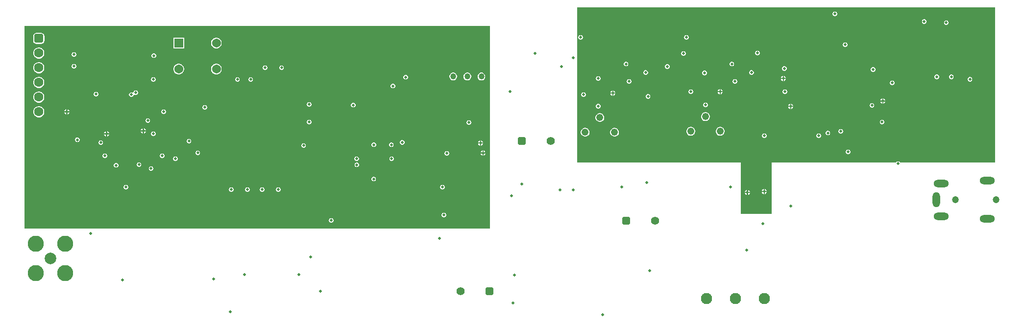
<source format=gbr>
G04*
G04 #@! TF.GenerationSoftware,Altium Limited,Altium Designer,25.5.2 (35)*
G04*
G04 Layer_Physical_Order=5*
G04 Layer_Color=16737945*
%FSLAX44Y44*%
%MOMM*%
G71*
G04*
G04 #@! TF.SameCoordinates,F6FF292E-385D-4CED-94FC-DDC138C61579*
G04*
G04*
G04 #@! TF.FilePolarity,Positive*
G04*
G01*
G75*
%ADD130R,1.5400X1.5400*%
%ADD131C,1.5400*%
%ADD146C,2.8000*%
%ADD147C,1.4000*%
%ADD148C,1.6000*%
%ADD149O,1.3080X2.6160*%
%ADD150C,1.9500*%
G04:AMPARAMS|DCode=151|XSize=1.4mm|YSize=1.4mm|CornerRadius=0.35mm|HoleSize=0mm|Usage=FLASHONLY|Rotation=180.000|XOffset=0mm|YOffset=0mm|HoleType=Round|Shape=RoundedRectangle|*
%AMROUNDEDRECTD151*
21,1,1.4000,0.7000,0,0,180.0*
21,1,0.7000,1.4000,0,0,180.0*
1,1,0.7000,-0.3500,0.3500*
1,1,0.7000,0.3500,0.3500*
1,1,0.7000,0.3500,-0.3500*
1,1,0.7000,-0.3500,-0.3500*
%
%ADD151ROUNDEDRECTD151*%
%ADD153O,2.6160X1.3080*%
%ADD154C,1.2000*%
%ADD155C,1.2220*%
G04:AMPARAMS|DCode=157|XSize=1.6mm|YSize=1.6mm|CornerRadius=0.4mm|HoleSize=0mm|Usage=FLASHONLY|Rotation=270.000|XOffset=0mm|YOffset=0mm|HoleType=Round|Shape=RoundedRectangle|*
%AMROUNDEDRECTD157*
21,1,1.6000,0.8000,0,0,270.0*
21,1,0.8000,1.6000,0,0,270.0*
1,1,0.8000,-0.4000,-0.4000*
1,1,0.8000,-0.4000,0.4000*
1,1,0.8000,0.4000,0.4000*
1,1,0.8000,0.4000,-0.4000*
%
%ADD157ROUNDEDRECTD157*%
%ADD158C,2.0000*%
%ADD159C,1.0300*%
%ADD160C,0.5000*%
G36*
X1074122Y428536D02*
X269240D01*
Y779056D01*
X1074122D01*
Y428536D01*
D02*
G37*
G36*
X1946656Y542798D02*
X1782525D01*
X1782424Y543043D01*
X1781293Y544174D01*
X1779816Y544786D01*
X1778216D01*
X1776739Y544174D01*
X1775608Y543043D01*
X1775506Y542798D01*
X1560322D01*
Y453898D01*
X1506982D01*
Y542798D01*
X1224788D01*
Y810768D01*
X1946656D01*
Y542798D01*
D02*
G37*
%LPC*%
G36*
X298132Y767056D02*
X290132D01*
X287978Y766628D01*
X286152Y765408D01*
X284932Y763582D01*
X284504Y761428D01*
Y753428D01*
X284932Y751274D01*
X286152Y749448D01*
X287978Y748228D01*
X290132Y747800D01*
X298132D01*
X300286Y748228D01*
X302112Y749448D01*
X303332Y751274D01*
X303760Y753428D01*
Y761428D01*
X303332Y763582D01*
X302112Y765408D01*
X300286Y766628D01*
X298132Y767056D01*
D02*
G37*
G36*
X602166Y758668D02*
X599738D01*
X597393Y758040D01*
X595291Y756826D01*
X593574Y755109D01*
X592360Y753007D01*
X591732Y750662D01*
Y748234D01*
X592360Y745889D01*
X593574Y743787D01*
X595291Y742070D01*
X597393Y740856D01*
X599738Y740228D01*
X602166D01*
X604511Y740856D01*
X606613Y742070D01*
X608330Y743787D01*
X609544Y745889D01*
X610172Y748234D01*
Y750662D01*
X609544Y753007D01*
X608330Y755109D01*
X606613Y756826D01*
X604511Y758040D01*
X602166Y758668D01*
D02*
G37*
G36*
X545172D02*
X526732D01*
Y740228D01*
X545172D01*
Y758668D01*
D02*
G37*
G36*
X355892Y733508D02*
X354292D01*
X352815Y732896D01*
X351684Y731765D01*
X351072Y730288D01*
Y728688D01*
X351684Y727211D01*
X352815Y726080D01*
X354292Y725468D01*
X355892D01*
X357369Y726080D01*
X358500Y727211D01*
X359112Y728688D01*
Y730288D01*
X358500Y731765D01*
X357369Y732896D01*
X355892Y733508D01*
D02*
G37*
G36*
X493738Y731549D02*
X492138D01*
X490661Y730937D01*
X489530Y729806D01*
X488918Y728328D01*
Y726729D01*
X489530Y725252D01*
X490661Y724121D01*
X492138Y723509D01*
X493738D01*
X495215Y724121D01*
X496346Y725252D01*
X496958Y726729D01*
Y728328D01*
X496346Y729806D01*
X495215Y730937D01*
X493738Y731549D01*
D02*
G37*
G36*
X295385Y741548D02*
X292879D01*
X290457Y740899D01*
X288287Y739646D01*
X286514Y737873D01*
X285261Y735703D01*
X284612Y733281D01*
Y730775D01*
X285261Y728353D01*
X286514Y726183D01*
X288287Y724410D01*
X290457Y723157D01*
X292879Y722508D01*
X295385D01*
X297807Y723157D01*
X299977Y724410D01*
X301750Y726183D01*
X303003Y728353D01*
X303652Y730775D01*
Y733281D01*
X303003Y735703D01*
X301750Y737873D01*
X299977Y739646D01*
X297807Y740899D01*
X295385Y741548D01*
D02*
G37*
G36*
X355892Y713188D02*
X354292D01*
X352815Y712576D01*
X351684Y711445D01*
X351072Y709968D01*
Y708368D01*
X351684Y706891D01*
X352815Y705760D01*
X354292Y705148D01*
X355892D01*
X357369Y705760D01*
X358500Y706891D01*
X359112Y708368D01*
Y709968D01*
X358500Y711445D01*
X357369Y712576D01*
X355892Y713188D01*
D02*
G37*
G36*
X714412Y710648D02*
X712812D01*
X711335Y710036D01*
X710204Y708905D01*
X709592Y707428D01*
Y705828D01*
X710204Y704351D01*
X711335Y703220D01*
X712812Y702608D01*
X714412D01*
X715889Y703220D01*
X717020Y704351D01*
X717632Y705828D01*
Y707428D01*
X717020Y708905D01*
X715889Y710036D01*
X714412Y710648D01*
D02*
G37*
G36*
X686092D02*
X684492D01*
X683015Y710036D01*
X681884Y708905D01*
X681272Y707428D01*
Y705828D01*
X681884Y704351D01*
X683015Y703220D01*
X684492Y702608D01*
X686092D01*
X687569Y703220D01*
X688700Y704351D01*
X689312Y705828D01*
Y707428D01*
X688700Y708905D01*
X687569Y710036D01*
X686092Y710648D01*
D02*
G37*
G36*
X295385Y716148D02*
X292879D01*
X290457Y715499D01*
X288287Y714246D01*
X286514Y712473D01*
X285261Y710303D01*
X284612Y707881D01*
Y705375D01*
X285261Y702953D01*
X286514Y700783D01*
X288287Y699010D01*
X290457Y697757D01*
X292879Y697108D01*
X295385D01*
X297807Y697757D01*
X299977Y699010D01*
X301750Y700783D01*
X303003Y702953D01*
X303652Y705375D01*
Y707881D01*
X303003Y710303D01*
X301750Y712473D01*
X299977Y714246D01*
X297807Y715499D01*
X295385Y716148D01*
D02*
G37*
G36*
X602166Y713668D02*
X599738D01*
X597393Y713040D01*
X595291Y711826D01*
X593574Y710109D01*
X592360Y708007D01*
X591732Y705662D01*
Y703234D01*
X592360Y700889D01*
X593574Y698787D01*
X595291Y697070D01*
X597393Y695856D01*
X599738Y695228D01*
X602166D01*
X604511Y695856D01*
X606613Y697070D01*
X608330Y698787D01*
X609544Y700889D01*
X610172Y703234D01*
Y705662D01*
X609544Y708007D01*
X608330Y710109D01*
X606613Y711826D01*
X604511Y713040D01*
X602166Y713668D01*
D02*
G37*
G36*
X537166D02*
X534738D01*
X532393Y713040D01*
X530291Y711826D01*
X528574Y710109D01*
X527360Y708007D01*
X526732Y705662D01*
Y703234D01*
X527360Y700889D01*
X528574Y698787D01*
X530291Y697070D01*
X532393Y695856D01*
X534738Y695228D01*
X537166D01*
X539511Y695856D01*
X541613Y697070D01*
X543330Y698787D01*
X544544Y700889D01*
X545172Y703234D01*
Y705662D01*
X544544Y708007D01*
X543330Y710109D01*
X541613Y711826D01*
X539511Y713040D01*
X537166Y713668D01*
D02*
G37*
G36*
X928931Y694395D02*
X927332D01*
X925854Y693783D01*
X924724Y692653D01*
X924111Y691175D01*
Y689576D01*
X924724Y688098D01*
X925854Y686967D01*
X927332Y686355D01*
X928931D01*
X930409Y686967D01*
X931540Y688098D01*
X932151Y689576D01*
Y691175D01*
X931540Y692653D01*
X930409Y693783D01*
X928931Y694395D01*
D02*
G37*
G36*
X1059836Y698061D02*
X1058079D01*
X1056383Y697607D01*
X1054862Y696729D01*
X1053620Y695487D01*
X1052742Y693966D01*
X1052288Y692270D01*
Y690513D01*
X1052742Y688817D01*
X1053620Y687296D01*
X1054862Y686054D01*
X1056383Y685176D01*
X1058079Y684721D01*
X1059836D01*
X1061532Y685176D01*
X1063053Y686054D01*
X1064295Y687296D01*
X1065173Y688817D01*
X1065628Y690513D01*
Y692270D01*
X1065173Y693966D01*
X1064295Y695487D01*
X1063053Y696729D01*
X1061532Y697607D01*
X1059836Y698061D01*
D02*
G37*
G36*
X1035436D02*
X1033679D01*
X1031983Y697607D01*
X1030462Y696729D01*
X1029220Y695487D01*
X1028342Y693966D01*
X1027887Y692270D01*
Y690513D01*
X1028342Y688817D01*
X1029220Y687296D01*
X1030462Y686054D01*
X1031983Y685176D01*
X1033679Y684721D01*
X1035436D01*
X1037132Y685176D01*
X1038653Y686054D01*
X1039895Y687296D01*
X1040773Y688817D01*
X1041227Y690513D01*
Y692270D01*
X1040773Y693966D01*
X1039895Y695487D01*
X1038653Y696729D01*
X1037132Y697607D01*
X1035436Y698061D01*
D02*
G37*
G36*
X1011036D02*
X1009279D01*
X1007583Y697607D01*
X1006062Y696729D01*
X1004820Y695487D01*
X1003942Y693966D01*
X1003487Y692270D01*
Y690513D01*
X1003942Y688817D01*
X1004820Y687296D01*
X1006062Y686054D01*
X1007583Y685176D01*
X1009279Y684721D01*
X1011036D01*
X1012732Y685176D01*
X1014253Y686054D01*
X1015495Y687296D01*
X1016373Y688817D01*
X1016827Y690513D01*
Y692270D01*
X1016373Y693966D01*
X1015495Y695487D01*
X1014253Y696729D01*
X1012732Y697607D01*
X1011036Y698061D01*
D02*
G37*
G36*
X661072Y690328D02*
X659472D01*
X657995Y689716D01*
X656864Y688585D01*
X656252Y687108D01*
Y685508D01*
X656864Y684031D01*
X657995Y682900D01*
X659472Y682288D01*
X661072D01*
X662549Y682900D01*
X663680Y684031D01*
X664292Y685508D01*
Y687108D01*
X663680Y688585D01*
X662549Y689716D01*
X661072Y690328D01*
D02*
G37*
G36*
X638212D02*
X636612D01*
X635135Y689716D01*
X634004Y688585D01*
X633392Y687108D01*
Y685508D01*
X634004Y684031D01*
X635135Y682900D01*
X636612Y682288D01*
X638212D01*
X639689Y682900D01*
X640820Y684031D01*
X641432Y685508D01*
Y687108D01*
X640820Y688585D01*
X639689Y689716D01*
X638212Y690328D01*
D02*
G37*
G36*
X493052D02*
X491452D01*
X489975Y689716D01*
X488844Y688585D01*
X488232Y687108D01*
Y685508D01*
X488844Y684031D01*
X489975Y682900D01*
X491452Y682288D01*
X493052D01*
X494529Y682900D01*
X495660Y684031D01*
X496272Y685508D01*
Y687108D01*
X495660Y688585D01*
X494529Y689716D01*
X493052Y690328D01*
D02*
G37*
G36*
X295385Y690748D02*
X292879D01*
X290457Y690099D01*
X288287Y688846D01*
X286514Y687073D01*
X285261Y684903D01*
X284612Y682481D01*
Y679975D01*
X285261Y677553D01*
X286514Y675383D01*
X288287Y673610D01*
X290457Y672357D01*
X292879Y671708D01*
X295385D01*
X297807Y672357D01*
X299977Y673610D01*
X301750Y675383D01*
X303003Y677553D01*
X303652Y679975D01*
Y682481D01*
X303003Y684903D01*
X301750Y687073D01*
X299977Y688846D01*
X297807Y690099D01*
X295385Y690748D01*
D02*
G37*
G36*
X907087Y679155D02*
X905488D01*
X904010Y678543D01*
X902879Y677412D01*
X902268Y675935D01*
Y674336D01*
X902879Y672858D01*
X904010Y671727D01*
X905488Y671115D01*
X907087D01*
X908565Y671727D01*
X909696Y672858D01*
X910307Y674336D01*
Y675935D01*
X909696Y677412D01*
X908565Y678543D01*
X907087Y679155D01*
D02*
G37*
G36*
X462572Y667468D02*
X460972D01*
X459495Y666856D01*
X458364Y665725D01*
X457752Y664248D01*
X457649Y664187D01*
X456228Y663613D01*
X455005Y664119D01*
X453406D01*
X451928Y663507D01*
X450798Y662376D01*
X450186Y660899D01*
Y659299D01*
X450798Y657822D01*
X451928Y656691D01*
X453406Y656079D01*
X455005D01*
X456483Y656691D01*
X457614Y657822D01*
X458226Y659299D01*
X458329Y659360D01*
X459750Y659934D01*
X460972Y659428D01*
X462572D01*
X464049Y660040D01*
X465180Y661171D01*
X465792Y662648D01*
Y664248D01*
X465180Y665725D01*
X464049Y666856D01*
X462572Y667468D01*
D02*
G37*
G36*
X393992Y664928D02*
X392392D01*
X390915Y664316D01*
X389784Y663185D01*
X389172Y661708D01*
Y660108D01*
X389784Y658631D01*
X390915Y657500D01*
X392392Y656888D01*
X393992D01*
X395469Y657500D01*
X396600Y658631D01*
X397212Y660108D01*
Y661708D01*
X396600Y663185D01*
X395469Y664316D01*
X393992Y664928D01*
D02*
G37*
G36*
X295385Y665348D02*
X292879D01*
X290457Y664699D01*
X288287Y663446D01*
X286514Y661673D01*
X285261Y659503D01*
X284612Y657081D01*
Y654575D01*
X285261Y652153D01*
X286514Y649983D01*
X288287Y648210D01*
X290457Y646957D01*
X292879Y646308D01*
X295385D01*
X297807Y646957D01*
X299977Y648210D01*
X301750Y649983D01*
X303003Y652153D01*
X303652Y654575D01*
Y657081D01*
X303003Y659503D01*
X301750Y661673D01*
X299977Y663446D01*
X297807Y664699D01*
X295385Y665348D01*
D02*
G37*
G36*
X762292Y647148D02*
X760692D01*
X759215Y646536D01*
X758084Y645405D01*
X757472Y643928D01*
Y642328D01*
X758084Y640851D01*
X759215Y639720D01*
X760692Y639108D01*
X762292D01*
X763769Y639720D01*
X764900Y640851D01*
X765512Y642328D01*
Y643928D01*
X764900Y645405D01*
X763769Y646536D01*
X762292Y647148D01*
D02*
G37*
G36*
X838507Y646135D02*
X836908D01*
X835430Y645523D01*
X834299Y644392D01*
X833688Y642915D01*
Y641316D01*
X834299Y639838D01*
X835430Y638707D01*
X836908Y638095D01*
X838507D01*
X839985Y638707D01*
X841115Y639838D01*
X841728Y641316D01*
Y642915D01*
X841115Y644392D01*
X839985Y645523D01*
X838507Y646135D01*
D02*
G37*
G36*
X581952Y642068D02*
X580352D01*
X578875Y641456D01*
X577744Y640325D01*
X577132Y638848D01*
Y637248D01*
X577744Y635771D01*
X578875Y634640D01*
X580352Y634028D01*
X581952D01*
X583429Y634640D01*
X584560Y635771D01*
X585172Y637248D01*
Y638848D01*
X584560Y640325D01*
X583429Y641456D01*
X581952Y642068D01*
D02*
G37*
G36*
X343552Y634884D02*
Y631428D01*
X347009D01*
X346367Y632977D01*
X345101Y634243D01*
X343552Y634884D01*
D02*
G37*
G36*
X341552D02*
X340003Y634243D01*
X338737Y632977D01*
X338096Y631428D01*
X341552D01*
Y634884D01*
D02*
G37*
G36*
X510832Y634448D02*
X509232D01*
X507755Y633836D01*
X506624Y632705D01*
X506012Y631228D01*
Y629628D01*
X506624Y628151D01*
X507755Y627020D01*
X509232Y626408D01*
X510832D01*
X512309Y627020D01*
X513440Y628151D01*
X514052Y629628D01*
Y631228D01*
X513440Y632705D01*
X512309Y633836D01*
X510832Y634448D01*
D02*
G37*
G36*
X347009Y629428D02*
X343552D01*
Y625971D01*
X345101Y626613D01*
X346367Y627879D01*
X347009Y629428D01*
D02*
G37*
G36*
X341552D02*
X338096D01*
X338737Y627879D01*
X340003Y626613D01*
X341552Y625971D01*
Y629428D01*
D02*
G37*
G36*
X295385Y639948D02*
X292879D01*
X290457Y639299D01*
X288287Y638046D01*
X286514Y636273D01*
X285261Y634103D01*
X284612Y631681D01*
Y629175D01*
X285261Y626753D01*
X286514Y624583D01*
X288287Y622810D01*
X290457Y621557D01*
X292879Y620908D01*
X295385D01*
X297807Y621557D01*
X299977Y622810D01*
X301750Y624583D01*
X303003Y626753D01*
X303652Y629175D01*
Y631681D01*
X303003Y634103D01*
X301750Y636273D01*
X299977Y638046D01*
X297807Y639299D01*
X295385Y639948D01*
D02*
G37*
G36*
X483272Y619208D02*
X481672D01*
X480195Y618596D01*
X479064Y617465D01*
X478452Y615988D01*
Y614388D01*
X479064Y612911D01*
X480195Y611780D01*
X481672Y611168D01*
X483272D01*
X484749Y611780D01*
X485880Y612911D01*
X486492Y614388D01*
Y615988D01*
X485880Y617465D01*
X484749Y618596D01*
X483272Y619208D01*
D02*
G37*
G36*
X762292Y616668D02*
X760692D01*
X759215Y616056D01*
X758084Y614925D01*
X757472Y613448D01*
Y611848D01*
X758084Y610371D01*
X759215Y609240D01*
X760692Y608628D01*
X762292D01*
X763769Y609240D01*
X764900Y610371D01*
X765512Y611848D01*
Y613448D01*
X764900Y614925D01*
X763769Y616056D01*
X762292Y616668D01*
D02*
G37*
G36*
X1038136Y615906D02*
X1036536D01*
X1035059Y615294D01*
X1033928Y614163D01*
X1033316Y612686D01*
Y611086D01*
X1033928Y609609D01*
X1035059Y608478D01*
X1036536Y607866D01*
X1038136D01*
X1039613Y608478D01*
X1040744Y609609D01*
X1041356Y611086D01*
Y612686D01*
X1040744Y614163D01*
X1039613Y615294D01*
X1038136Y615906D01*
D02*
G37*
G36*
X475852Y601865D02*
Y598408D01*
X479309D01*
X478667Y599957D01*
X477401Y601223D01*
X475852Y601865D01*
D02*
G37*
G36*
X473852D02*
X472303Y601223D01*
X471037Y599957D01*
X470396Y598408D01*
X473852D01*
Y601865D01*
D02*
G37*
G36*
X412352Y596785D02*
Y593328D01*
X415808D01*
X415167Y594877D01*
X413901Y596143D01*
X412352Y596785D01*
D02*
G37*
G36*
X410352D02*
X408803Y596143D01*
X407537Y594877D01*
X406895Y593328D01*
X410352D01*
Y596785D01*
D02*
G37*
G36*
X479309Y596408D02*
X475852D01*
Y592952D01*
X477401Y593593D01*
X478667Y594859D01*
X479309Y596408D01*
D02*
G37*
G36*
X473852D02*
X470396D01*
X471037Y594859D01*
X472303Y593593D01*
X473852Y592952D01*
Y596408D01*
D02*
G37*
G36*
X493052Y596348D02*
X491452D01*
X489975Y595736D01*
X488844Y594605D01*
X488232Y593128D01*
Y591528D01*
X488844Y590051D01*
X489975Y588920D01*
X491452Y588308D01*
X493052D01*
X494529Y588920D01*
X495660Y590051D01*
X496272Y591528D01*
Y593128D01*
X495660Y594605D01*
X494529Y595736D01*
X493052Y596348D01*
D02*
G37*
G36*
X415808Y591328D02*
X412352D01*
Y587872D01*
X413901Y588513D01*
X415167Y589779D01*
X415808Y591328D01*
D02*
G37*
G36*
X410352D02*
X406895D01*
X407537Y589779D01*
X408803Y588513D01*
X410352Y587872D01*
Y591328D01*
D02*
G37*
G36*
X361472Y586068D02*
X359872D01*
X358395Y585456D01*
X357264Y584325D01*
X356652Y582848D01*
Y581248D01*
X357264Y579771D01*
X358395Y578640D01*
X359872Y578028D01*
X361472D01*
X362949Y578640D01*
X364080Y579771D01*
X364692Y581248D01*
Y582848D01*
X364080Y584325D01*
X362949Y585456D01*
X361472Y586068D01*
D02*
G37*
G36*
X1058656Y580783D02*
Y577326D01*
X1062113D01*
X1061471Y578875D01*
X1060205Y580141D01*
X1058656Y580783D01*
D02*
G37*
G36*
X1056656D02*
X1055107Y580141D01*
X1053841Y578875D01*
X1053199Y577326D01*
X1056656D01*
Y580783D01*
D02*
G37*
G36*
X554392Y583648D02*
X552792D01*
X551315Y583036D01*
X550184Y581905D01*
X549572Y580428D01*
Y578828D01*
X550184Y577351D01*
X551315Y576220D01*
X552792Y575608D01*
X554392D01*
X555869Y576220D01*
X557000Y577351D01*
X557612Y578828D01*
Y580428D01*
X557000Y581905D01*
X555869Y583036D01*
X554392Y583648D01*
D02*
G37*
G36*
X922820Y581616D02*
X921220D01*
X919743Y581004D01*
X918612Y579873D01*
X918000Y578396D01*
Y576796D01*
X918612Y575319D01*
X919743Y574188D01*
X921220Y573576D01*
X922820D01*
X924297Y574188D01*
X925428Y575319D01*
X926040Y576796D01*
Y578396D01*
X925428Y579873D01*
X924297Y581004D01*
X922820Y581616D01*
D02*
G37*
G36*
X401992Y581108D02*
X400392D01*
X398915Y580496D01*
X397784Y579365D01*
X397172Y577888D01*
Y576288D01*
X397784Y574811D01*
X398915Y573680D01*
X400392Y573068D01*
X401992D01*
X403469Y573680D01*
X404600Y574811D01*
X405212Y576288D01*
Y577888D01*
X404600Y579365D01*
X403469Y580496D01*
X401992Y581108D01*
D02*
G37*
G36*
X1062113Y575326D02*
X1058656D01*
Y571870D01*
X1060205Y572511D01*
X1061471Y573777D01*
X1062113Y575326D01*
D02*
G37*
G36*
X1056656D02*
X1053199D01*
X1053841Y573777D01*
X1055107Y572511D01*
X1056656Y571870D01*
Y575326D01*
D02*
G37*
G36*
X904024Y577552D02*
X902424D01*
X900947Y576940D01*
X899816Y575809D01*
X899204Y574332D01*
Y572732D01*
X899816Y571255D01*
X900947Y570124D01*
X902424Y569512D01*
X904024D01*
X905501Y570124D01*
X906632Y571255D01*
X907244Y572732D01*
Y574332D01*
X906632Y575809D01*
X905501Y576940D01*
X904024Y577552D01*
D02*
G37*
G36*
X874052D02*
X872452D01*
X870975Y576940D01*
X869844Y575809D01*
X869232Y574332D01*
Y572732D01*
X869844Y571255D01*
X870975Y570124D01*
X872452Y569512D01*
X874052D01*
X875529Y570124D01*
X876660Y571255D01*
X877272Y572732D01*
Y574332D01*
X876660Y575809D01*
X875529Y576940D01*
X874052Y577552D01*
D02*
G37*
G36*
X752512Y576028D02*
X750912D01*
X749435Y575416D01*
X748304Y574285D01*
X747692Y572808D01*
Y571208D01*
X748304Y569731D01*
X749435Y568600D01*
X750912Y567988D01*
X752512D01*
X753989Y568600D01*
X755120Y569731D01*
X755732Y571208D01*
Y572808D01*
X755120Y574285D01*
X753989Y575416D01*
X752512Y576028D01*
D02*
G37*
G36*
X1062720Y563511D02*
Y560054D01*
X1066177D01*
X1065535Y561603D01*
X1064269Y562869D01*
X1062720Y563511D01*
D02*
G37*
G36*
X1060720D02*
X1059171Y562869D01*
X1057905Y561603D01*
X1057263Y560054D01*
X1060720D01*
Y563511D01*
D02*
G37*
G36*
X569632Y563328D02*
X568032D01*
X566555Y562716D01*
X565424Y561585D01*
X564812Y560108D01*
Y558508D01*
X565424Y557031D01*
X566555Y555900D01*
X568032Y555288D01*
X569632D01*
X571109Y555900D01*
X572240Y557031D01*
X572852Y558508D01*
Y560108D01*
X572240Y561585D01*
X571109Y562716D01*
X569632Y563328D01*
D02*
G37*
G36*
X1066177Y558054D02*
X1062720D01*
Y554598D01*
X1064269Y555239D01*
X1065535Y556505D01*
X1066177Y558054D01*
D02*
G37*
G36*
X1060720D02*
X1057263D01*
X1057905Y556505D01*
X1059171Y555239D01*
X1060720Y554598D01*
Y558054D01*
D02*
G37*
G36*
X1000036Y562566D02*
X998436D01*
X996959Y561954D01*
X995828Y560823D01*
X995216Y559346D01*
Y557746D01*
X995828Y556269D01*
X996959Y555138D01*
X998436Y554526D01*
X1000036D01*
X1001513Y555138D01*
X1002644Y556269D01*
X1003256Y557746D01*
Y559346D01*
X1002644Y560823D01*
X1001513Y561954D01*
X1000036Y562566D01*
D02*
G37*
G36*
X508292Y558248D02*
X506692D01*
X505215Y557636D01*
X504084Y556505D01*
X503472Y555028D01*
Y553428D01*
X504084Y551951D01*
X505215Y550820D01*
X506692Y550208D01*
X508292D01*
X509769Y550820D01*
X510900Y551951D01*
X511512Y553428D01*
Y555028D01*
X510900Y556505D01*
X509769Y557636D01*
X508292Y558248D01*
D02*
G37*
G36*
X409232D02*
X407632D01*
X406155Y557636D01*
X405024Y556505D01*
X404412Y555028D01*
Y553428D01*
X405024Y551951D01*
X406155Y550820D01*
X407632Y550208D01*
X409232D01*
X410709Y550820D01*
X411840Y551951D01*
X412452Y553428D01*
Y555028D01*
X411840Y556505D01*
X410709Y557636D01*
X409232Y558248D01*
D02*
G37*
G36*
X844080Y553168D02*
X842480D01*
X841003Y552556D01*
X839872Y551425D01*
X839260Y549948D01*
Y548348D01*
X839872Y546871D01*
X841003Y545740D01*
X842480Y545128D01*
X844080D01*
X845557Y545740D01*
X846688Y546871D01*
X847300Y548348D01*
Y549948D01*
X846688Y551425D01*
X845557Y552556D01*
X844080Y553168D01*
D02*
G37*
G36*
X531152D02*
X529552D01*
X528075Y552556D01*
X526944Y551425D01*
X526332Y549948D01*
Y548348D01*
X526944Y546871D01*
X528075Y545740D01*
X529552Y545128D01*
X531152D01*
X532629Y545740D01*
X533760Y546871D01*
X534372Y548348D01*
Y549948D01*
X533760Y551425D01*
X532629Y552556D01*
X531152Y553168D01*
D02*
G37*
G36*
X904668Y553113D02*
X903068D01*
X901591Y552501D01*
X900460Y551370D01*
X899848Y549893D01*
Y548293D01*
X900460Y546816D01*
X901591Y545685D01*
X903068Y545073D01*
X904668D01*
X906145Y545685D01*
X907276Y546816D01*
X907888Y548293D01*
Y549893D01*
X907276Y551370D01*
X906145Y552501D01*
X904668Y553113D01*
D02*
G37*
G36*
X468032Y543008D02*
X466432D01*
X464955Y542396D01*
X463824Y541265D01*
X463212Y539788D01*
Y538188D01*
X463824Y536711D01*
X464955Y535580D01*
X466432Y534968D01*
X468032D01*
X469509Y535580D01*
X470640Y536711D01*
X471252Y538188D01*
Y539788D01*
X470640Y541265D01*
X469509Y542396D01*
X468032Y543008D01*
D02*
G37*
G36*
X844597Y542745D02*
X842998D01*
X841520Y542133D01*
X840389Y541002D01*
X839777Y539524D01*
Y537925D01*
X840389Y536448D01*
X841520Y535317D01*
X842998Y534705D01*
X844597D01*
X846074Y535317D01*
X847205Y536448D01*
X847817Y537925D01*
Y539524D01*
X847205Y541002D01*
X846074Y542133D01*
X844597Y542745D01*
D02*
G37*
G36*
X428477Y541992D02*
X426878D01*
X425401Y541380D01*
X424270Y540249D01*
X423658Y538772D01*
Y537172D01*
X424270Y535695D01*
X425401Y534564D01*
X426878Y533952D01*
X428477D01*
X429955Y534564D01*
X431086Y535695D01*
X431698Y537172D01*
Y538772D01*
X431086Y540249D01*
X429955Y541380D01*
X428477Y541992D01*
D02*
G37*
G36*
X489015Y536212D02*
X487416D01*
X485938Y535600D01*
X484807Y534469D01*
X484195Y532992D01*
Y531392D01*
X484807Y529915D01*
X485938Y528784D01*
X487416Y528172D01*
X489015D01*
X490492Y528784D01*
X491623Y529915D01*
X492235Y531392D01*
Y532992D01*
X491623Y534469D01*
X490492Y535600D01*
X489015Y536212D01*
D02*
G37*
G36*
X873586Y518193D02*
X871986D01*
X870509Y517581D01*
X869378Y516450D01*
X868766Y514973D01*
Y513373D01*
X869378Y511896D01*
X870509Y510765D01*
X871986Y510153D01*
X873586D01*
X875063Y510765D01*
X876194Y511896D01*
X876806Y513373D01*
Y514973D01*
X876194Y516450D01*
X875063Y517581D01*
X873586Y518193D01*
D02*
G37*
G36*
X992416Y504146D02*
X990816D01*
X989339Y503534D01*
X988208Y502403D01*
X987596Y500926D01*
Y499326D01*
X988208Y497849D01*
X989339Y496718D01*
X990816Y496106D01*
X992416D01*
X993893Y496718D01*
X995024Y497849D01*
X995636Y499326D01*
Y500926D01*
X995024Y502403D01*
X993893Y503534D01*
X992416Y504146D01*
D02*
G37*
G36*
X445555Y504004D02*
X443955D01*
X442478Y503392D01*
X441347Y502261D01*
X440735Y500784D01*
Y499184D01*
X441347Y497707D01*
X442478Y496576D01*
X443955Y495964D01*
X445555D01*
X447032Y496576D01*
X448163Y497707D01*
X448775Y499184D01*
Y500784D01*
X448163Y502261D01*
X447032Y503392D01*
X445555Y504004D01*
D02*
G37*
G36*
X708952Y499828D02*
X707352D01*
X705875Y499216D01*
X704744Y498085D01*
X704132Y496608D01*
Y495008D01*
X704744Y493531D01*
X705875Y492400D01*
X707352Y491788D01*
X708952D01*
X710429Y492400D01*
X711560Y493531D01*
X712172Y495008D01*
Y496608D01*
X711560Y498085D01*
X710429Y499216D01*
X708952Y499828D01*
D02*
G37*
G36*
X681012D02*
X679412D01*
X677935Y499216D01*
X676804Y498085D01*
X676192Y496608D01*
Y495008D01*
X676804Y493531D01*
X677935Y492400D01*
X679412Y491788D01*
X681012D01*
X682489Y492400D01*
X683620Y493531D01*
X684232Y495008D01*
Y496608D01*
X683620Y498085D01*
X682489Y499216D01*
X681012Y499828D01*
D02*
G37*
G36*
X655612D02*
X654012D01*
X652535Y499216D01*
X651404Y498085D01*
X650792Y496608D01*
Y495008D01*
X651404Y493531D01*
X652535Y492400D01*
X654012Y491788D01*
X655612D01*
X657089Y492400D01*
X658220Y493531D01*
X658832Y495008D01*
Y496608D01*
X658220Y498085D01*
X657089Y499216D01*
X655612Y499828D01*
D02*
G37*
G36*
X627672D02*
X626072D01*
X624595Y499216D01*
X623464Y498085D01*
X622852Y496608D01*
Y495008D01*
X623464Y493531D01*
X624595Y492400D01*
X626072Y491788D01*
X627672D01*
X629149Y492400D01*
X630280Y493531D01*
X630892Y495008D01*
Y496608D01*
X630280Y498085D01*
X629149Y499216D01*
X627672Y499828D01*
D02*
G37*
G36*
X994956Y455886D02*
X993356D01*
X991879Y455274D01*
X990748Y454143D01*
X990136Y452666D01*
Y451066D01*
X990748Y449589D01*
X991879Y448458D01*
X993356Y447846D01*
X994956D01*
X996433Y448458D01*
X997564Y449589D01*
X998176Y451066D01*
Y452666D01*
X997564Y454143D01*
X996433Y455274D01*
X994956Y455886D01*
D02*
G37*
G36*
X800392Y446468D02*
X798792D01*
X797315Y445856D01*
X796184Y444725D01*
X795572Y443248D01*
Y441648D01*
X796184Y440171D01*
X797315Y439040D01*
X798792Y438428D01*
X800392D01*
X801869Y439040D01*
X803000Y440171D01*
X803612Y441648D01*
Y443248D01*
X803000Y444725D01*
X801869Y445856D01*
X800392Y446468D01*
D02*
G37*
G36*
X1670596Y803866D02*
X1668996D01*
X1667519Y803254D01*
X1666388Y802123D01*
X1665776Y800646D01*
Y799046D01*
X1666388Y797569D01*
X1667519Y796438D01*
X1668996Y795826D01*
X1670596D01*
X1672073Y796438D01*
X1673204Y797569D01*
X1673816Y799046D01*
Y800646D01*
X1673204Y802123D01*
X1672073Y803254D01*
X1670596Y803866D01*
D02*
G37*
G36*
X1825028Y790658D02*
X1823428D01*
X1821951Y790046D01*
X1820820Y788915D01*
X1820208Y787438D01*
Y785838D01*
X1820820Y784361D01*
X1821951Y783230D01*
X1823428Y782618D01*
X1825028D01*
X1826505Y783230D01*
X1827636Y784361D01*
X1828248Y785838D01*
Y787438D01*
X1827636Y788915D01*
X1826505Y790046D01*
X1825028Y790658D01*
D02*
G37*
G36*
X1863128Y788626D02*
X1861528D01*
X1860051Y788014D01*
X1858920Y786883D01*
X1858308Y785406D01*
Y783806D01*
X1858920Y782329D01*
X1860051Y781198D01*
X1861528Y780586D01*
X1863128D01*
X1864605Y781198D01*
X1865736Y782329D01*
X1866348Y783806D01*
Y785406D01*
X1865736Y786883D01*
X1864605Y788014D01*
X1863128Y788626D01*
D02*
G37*
G36*
X1414056Y763226D02*
X1412456D01*
X1410979Y762614D01*
X1409848Y761483D01*
X1409236Y760006D01*
Y758406D01*
X1409848Y756929D01*
X1410979Y755798D01*
X1412456Y755186D01*
X1414056D01*
X1415533Y755798D01*
X1416664Y756929D01*
X1417276Y758406D01*
Y760006D01*
X1416664Y761483D01*
X1415533Y762614D01*
X1414056Y763226D01*
D02*
G37*
G36*
X1231176D02*
X1229576D01*
X1228099Y762614D01*
X1226968Y761483D01*
X1226356Y760006D01*
Y758406D01*
X1226968Y756929D01*
X1228099Y755798D01*
X1229576Y755186D01*
X1231176D01*
X1232653Y755798D01*
X1233784Y756929D01*
X1234396Y758406D01*
Y760006D01*
X1233784Y761483D01*
X1232653Y762614D01*
X1231176Y763226D01*
D02*
G37*
G36*
X1688376Y750526D02*
X1686776D01*
X1685299Y749914D01*
X1684168Y748783D01*
X1683556Y747306D01*
Y745706D01*
X1684168Y744229D01*
X1685299Y743098D01*
X1686776Y742486D01*
X1688376D01*
X1689853Y743098D01*
X1690984Y744229D01*
X1691596Y745706D01*
Y747306D01*
X1690984Y748783D01*
X1689853Y749914D01*
X1688376Y750526D01*
D02*
G37*
G36*
X1536811Y736007D02*
X1535212D01*
X1533734Y735395D01*
X1532603Y734264D01*
X1531991Y732786D01*
Y731187D01*
X1532603Y729709D01*
X1533734Y728579D01*
X1535212Y727967D01*
X1536811D01*
X1538288Y728579D01*
X1539419Y729709D01*
X1540031Y731187D01*
Y732786D01*
X1539419Y734264D01*
X1538288Y735395D01*
X1536811Y736007D01*
D02*
G37*
G36*
X1408976Y735286D02*
X1407376D01*
X1405899Y734674D01*
X1404768Y733543D01*
X1404156Y732066D01*
Y730466D01*
X1404768Y728989D01*
X1405899Y727858D01*
X1407376Y727246D01*
X1408976D01*
X1410453Y727858D01*
X1411584Y728989D01*
X1412196Y730466D01*
Y732066D01*
X1411584Y733543D01*
X1410453Y734674D01*
X1408976Y735286D01*
D02*
G37*
G36*
X1492527Y717243D02*
X1490928D01*
X1489451Y716631D01*
X1488320Y715500D01*
X1487708Y714022D01*
Y712423D01*
X1488320Y710946D01*
X1489451Y709815D01*
X1490928Y709203D01*
X1492527D01*
X1494005Y709815D01*
X1495136Y710946D01*
X1495748Y712423D01*
Y714022D01*
X1495136Y715500D01*
X1494005Y716631D01*
X1492527Y717243D01*
D02*
G37*
G36*
X1309647D02*
X1308048D01*
X1306571Y716631D01*
X1305440Y715500D01*
X1304828Y714022D01*
Y712423D01*
X1305440Y710946D01*
X1306571Y709815D01*
X1308048Y709203D01*
X1309647D01*
X1311125Y709815D01*
X1312256Y710946D01*
X1312868Y712423D01*
Y714022D01*
X1312256Y715500D01*
X1311125Y716631D01*
X1309647Y717243D01*
D02*
G37*
G36*
X1381039Y712640D02*
X1379440D01*
X1377962Y712028D01*
X1376831Y710897D01*
X1376219Y709420D01*
Y707820D01*
X1376831Y706343D01*
X1377962Y705212D01*
X1379440Y704600D01*
X1381039D01*
X1382516Y705212D01*
X1383647Y706343D01*
X1384259Y707820D01*
Y709420D01*
X1383647Y710897D01*
X1382516Y712028D01*
X1381039Y712640D01*
D02*
G37*
G36*
X1583208Y709305D02*
X1581609D01*
X1580132Y708693D01*
X1579001Y707562D01*
X1578389Y706085D01*
Y704485D01*
X1579001Y703008D01*
X1580132Y701877D01*
X1581609Y701265D01*
X1583208D01*
X1584686Y701877D01*
X1585817Y703008D01*
X1586429Y704485D01*
Y706085D01*
X1585817Y707562D01*
X1584686Y708693D01*
X1583208Y709305D01*
D02*
G37*
G36*
X1736788Y707682D02*
X1735189D01*
X1733711Y707069D01*
X1732580Y705939D01*
X1731968Y704461D01*
Y702862D01*
X1732580Y701384D01*
X1733711Y700254D01*
X1735189Y699641D01*
X1736788D01*
X1738266Y700254D01*
X1739396Y701384D01*
X1740008Y702862D01*
Y704461D01*
X1739396Y705939D01*
X1738266Y707069D01*
X1736788Y707682D01*
D02*
G37*
G36*
X1526486Y702326D02*
X1524886D01*
X1523409Y701714D01*
X1522278Y700583D01*
X1521666Y699105D01*
Y697506D01*
X1522278Y696029D01*
X1523409Y694898D01*
X1524886Y694286D01*
X1526486D01*
X1527963Y694898D01*
X1529094Y696029D01*
X1529706Y697506D01*
Y699105D01*
X1529094Y700583D01*
X1527963Y701714D01*
X1526486Y702326D01*
D02*
G37*
G36*
X1343606D02*
X1342007D01*
X1340529Y701714D01*
X1339398Y700583D01*
X1338786Y699105D01*
Y697506D01*
X1339398Y696029D01*
X1340529Y694898D01*
X1342007Y694286D01*
X1343606D01*
X1345083Y694898D01*
X1346214Y696029D01*
X1346826Y697506D01*
Y699105D01*
X1346214Y700583D01*
X1345083Y701714D01*
X1343606Y702326D01*
D02*
G37*
G36*
X1445570Y701566D02*
X1443971D01*
X1442493Y700954D01*
X1441362Y699823D01*
X1440750Y698346D01*
Y696747D01*
X1441362Y695269D01*
X1442493Y694138D01*
X1443971Y693526D01*
X1445570D01*
X1447047Y694138D01*
X1448178Y695269D01*
X1448790Y696747D01*
Y698346D01*
X1448178Y699823D01*
X1447047Y700954D01*
X1445570Y701566D01*
D02*
G37*
G36*
X1581896Y692542D02*
Y689086D01*
X1585352D01*
X1584711Y690635D01*
X1583445Y691901D01*
X1581896Y692542D01*
D02*
G37*
G36*
X1579896D02*
X1578347Y691901D01*
X1577081Y690635D01*
X1576440Y689086D01*
X1579896D01*
Y692542D01*
D02*
G37*
G36*
X1871914Y694994D02*
X1870315D01*
X1868837Y694382D01*
X1867706Y693251D01*
X1867094Y691774D01*
Y690175D01*
X1867706Y688697D01*
X1868837Y687566D01*
X1870315Y686954D01*
X1871914D01*
X1873392Y687566D01*
X1874522Y688697D01*
X1875134Y690175D01*
Y691774D01*
X1874522Y693251D01*
X1873392Y694382D01*
X1871914Y694994D01*
D02*
G37*
G36*
X1846618Y694900D02*
X1845018D01*
X1843541Y694288D01*
X1842410Y693157D01*
X1841798Y691680D01*
Y690080D01*
X1842410Y688603D01*
X1843541Y687472D01*
X1845018Y686860D01*
X1846618D01*
X1848095Y687472D01*
X1849226Y688603D01*
X1849838Y690080D01*
Y691680D01*
X1849226Y693157D01*
X1848095Y694288D01*
X1846618Y694900D01*
D02*
G37*
G36*
X1261656Y692106D02*
X1260056D01*
X1258579Y691494D01*
X1257448Y690363D01*
X1256836Y688886D01*
Y687286D01*
X1257448Y685809D01*
X1258579Y684678D01*
X1260056Y684066D01*
X1261656D01*
X1263133Y684678D01*
X1264264Y685809D01*
X1264876Y687286D01*
Y688886D01*
X1264264Y690363D01*
X1263133Y691494D01*
X1261656Y692106D01*
D02*
G37*
G36*
X1585352Y687086D02*
X1581896D01*
Y683630D01*
X1583445Y684271D01*
X1584711Y685537D01*
X1585352Y687086D01*
D02*
G37*
G36*
X1579896D02*
X1576440D01*
X1577081Y685537D01*
X1578347Y684271D01*
X1579896Y683630D01*
Y687086D01*
D02*
G37*
G36*
X1904022Y690582D02*
X1902422D01*
X1900945Y689970D01*
X1899814Y688839D01*
X1899202Y687362D01*
Y685762D01*
X1899814Y684285D01*
X1900945Y683154D01*
X1902422Y682542D01*
X1904022D01*
X1905499Y683154D01*
X1906630Y684285D01*
X1907242Y685762D01*
Y687362D01*
X1906630Y688839D01*
X1905499Y689970D01*
X1904022Y690582D01*
D02*
G37*
G36*
X1497876Y687026D02*
X1496276D01*
X1494799Y686414D01*
X1493668Y685283D01*
X1493056Y683806D01*
Y682206D01*
X1493668Y680729D01*
X1494799Y679598D01*
X1496276Y678986D01*
X1497876D01*
X1499353Y679598D01*
X1500484Y680729D01*
X1501096Y682206D01*
Y683806D01*
X1500484Y685283D01*
X1499353Y686414D01*
X1497876Y687026D01*
D02*
G37*
G36*
X1314996D02*
X1313396D01*
X1311919Y686414D01*
X1310788Y685283D01*
X1310176Y683806D01*
Y682206D01*
X1310788Y680729D01*
X1311919Y679598D01*
X1313396Y678986D01*
X1314996D01*
X1316473Y679598D01*
X1317604Y680729D01*
X1318216Y682206D01*
Y683806D01*
X1317604Y685283D01*
X1316473Y686414D01*
X1314996Y687026D01*
D02*
G37*
G36*
X1769656Y684486D02*
X1768056D01*
X1766579Y683874D01*
X1765448Y682743D01*
X1764836Y681266D01*
Y679666D01*
X1765448Y678189D01*
X1766579Y677058D01*
X1768056Y676446D01*
X1769656D01*
X1771133Y677058D01*
X1772264Y678189D01*
X1772876Y679666D01*
Y681266D01*
X1772264Y682743D01*
X1771133Y683874D01*
X1769656Y684486D01*
D02*
G37*
G36*
X1472676Y669682D02*
Y666226D01*
X1476133D01*
X1475491Y667775D01*
X1474225Y669041D01*
X1472676Y669682D01*
D02*
G37*
G36*
X1470676D02*
X1469127Y669041D01*
X1467861Y667775D01*
X1467220Y666226D01*
X1470676D01*
Y669682D01*
D02*
G37*
G36*
X1287256Y667142D02*
Y663686D01*
X1290712D01*
X1290071Y665235D01*
X1288805Y666501D01*
X1287256Y667142D01*
D02*
G37*
G36*
X1285256D02*
X1283707Y666501D01*
X1282441Y665235D01*
X1281799Y663686D01*
X1285256D01*
Y667142D01*
D02*
G37*
G36*
X1584236Y669246D02*
X1582636D01*
X1581159Y668634D01*
X1580028Y667503D01*
X1579416Y666026D01*
Y664426D01*
X1580028Y662949D01*
X1581159Y661818D01*
X1582636Y661206D01*
X1584236D01*
X1585713Y661818D01*
X1586844Y662949D01*
X1587456Y664426D01*
Y666026D01*
X1586844Y667503D01*
X1585713Y668634D01*
X1584236Y669246D01*
D02*
G37*
G36*
X1421676D02*
X1420076D01*
X1418599Y668634D01*
X1417468Y667503D01*
X1416856Y666026D01*
Y664426D01*
X1417468Y662949D01*
X1418599Y661818D01*
X1420076Y661206D01*
X1421676D01*
X1423153Y661818D01*
X1424284Y662949D01*
X1424896Y664426D01*
Y666026D01*
X1424284Y667503D01*
X1423153Y668634D01*
X1421676Y669246D01*
D02*
G37*
G36*
X1476133Y664226D02*
X1472676D01*
Y660770D01*
X1474225Y661411D01*
X1475491Y662677D01*
X1476133Y664226D01*
D02*
G37*
G36*
X1470676D02*
X1467220D01*
X1467861Y662677D01*
X1469127Y661411D01*
X1470676Y660770D01*
Y664226D01*
D02*
G37*
G36*
X1290712Y661686D02*
X1287256D01*
Y658230D01*
X1288805Y658871D01*
X1290071Y660137D01*
X1290712Y661686D01*
D02*
G37*
G36*
X1285256D02*
X1281799D01*
X1282441Y660137D01*
X1283707Y658871D01*
X1285256Y658230D01*
Y661686D01*
D02*
G37*
G36*
X1236256Y664166D02*
X1234656D01*
X1233179Y663554D01*
X1232048Y662423D01*
X1231436Y660946D01*
Y659346D01*
X1232048Y657869D01*
X1233179Y656738D01*
X1234656Y656126D01*
X1236256D01*
X1237733Y656738D01*
X1238864Y657869D01*
X1239476Y659346D01*
Y660946D01*
X1238864Y662423D01*
X1237733Y663554D01*
X1236256Y664166D01*
D02*
G37*
G36*
X1347762Y661118D02*
X1346162D01*
X1344685Y660506D01*
X1343554Y659375D01*
X1342942Y657898D01*
Y656298D01*
X1343554Y654821D01*
X1344685Y653690D01*
X1346162Y653078D01*
X1347762D01*
X1349239Y653690D01*
X1350370Y654821D01*
X1350982Y656298D01*
Y657898D01*
X1350370Y659375D01*
X1349239Y660506D01*
X1347762Y661118D01*
D02*
G37*
G36*
X1753603Y653511D02*
Y650054D01*
X1757059D01*
X1756418Y651603D01*
X1755152Y652869D01*
X1753603Y653511D01*
D02*
G37*
G36*
X1751603D02*
X1750054Y652869D01*
X1748788Y651603D01*
X1748146Y650054D01*
X1751603D01*
Y653511D01*
D02*
G37*
G36*
X1757059Y648054D02*
X1753603D01*
Y644597D01*
X1755152Y645239D01*
X1756418Y646505D01*
X1757059Y648054D01*
D02*
G37*
G36*
X1751603D02*
X1748146D01*
X1748788Y646505D01*
X1750054Y645239D01*
X1751603Y644597D01*
Y648054D01*
D02*
G37*
G36*
X1594596Y644283D02*
Y640826D01*
X1598053D01*
X1597411Y642375D01*
X1596145Y643641D01*
X1594596Y644283D01*
D02*
G37*
G36*
X1592596D02*
X1591047Y643641D01*
X1589781Y642375D01*
X1589140Y640826D01*
X1592596D01*
Y644283D01*
D02*
G37*
G36*
X1447076Y646386D02*
X1445476D01*
X1443999Y645774D01*
X1442868Y644643D01*
X1442256Y643166D01*
Y641566D01*
X1442868Y640089D01*
X1443999Y638958D01*
X1445476Y638346D01*
X1447076D01*
X1448553Y638958D01*
X1449684Y640089D01*
X1450296Y641566D01*
Y643166D01*
X1449684Y644643D01*
X1448553Y645774D01*
X1447076Y646386D01*
D02*
G37*
G36*
X1734638Y645434D02*
X1733039D01*
X1731561Y644822D01*
X1730430Y643691D01*
X1729819Y642214D01*
Y640615D01*
X1730430Y639137D01*
X1731561Y638006D01*
X1733039Y637394D01*
X1734638D01*
X1736116Y638006D01*
X1737247Y639137D01*
X1737859Y640615D01*
Y642214D01*
X1737247Y643691D01*
X1736116Y644822D01*
X1734638Y645434D01*
D02*
G37*
G36*
X1261638Y644016D02*
X1260038D01*
X1258561Y643404D01*
X1257430Y642273D01*
X1256818Y640796D01*
Y639196D01*
X1257430Y637719D01*
X1258561Y636588D01*
X1260038Y635976D01*
X1261638D01*
X1263115Y636588D01*
X1264246Y637719D01*
X1264858Y639196D01*
Y640796D01*
X1264246Y642273D01*
X1263115Y643404D01*
X1261638Y644016D01*
D02*
G37*
G36*
X1598053Y638826D02*
X1594596D01*
Y635369D01*
X1596145Y636011D01*
X1597411Y637277D01*
X1598053Y638826D01*
D02*
G37*
G36*
X1592596D02*
X1589140D01*
X1589781Y637277D01*
X1591047Y636011D01*
X1592596Y635369D01*
Y638826D01*
D02*
G37*
G36*
X1447280Y629676D02*
X1445271D01*
X1443331Y629156D01*
X1441591Y628152D01*
X1440170Y626731D01*
X1439166Y624991D01*
X1438646Y623050D01*
Y621041D01*
X1439166Y619101D01*
X1440170Y617361D01*
X1441591Y615941D01*
X1443331Y614936D01*
X1445271Y614416D01*
X1447280D01*
X1449221Y614936D01*
X1450961Y615941D01*
X1452381Y617361D01*
X1453386Y619101D01*
X1453906Y621041D01*
Y623050D01*
X1453386Y624991D01*
X1452381Y626731D01*
X1450961Y628152D01*
X1449221Y629156D01*
X1447280Y629676D01*
D02*
G37*
G36*
X1264654Y628152D02*
X1262645D01*
X1260705Y627632D01*
X1258965Y626628D01*
X1257544Y625207D01*
X1256540Y623467D01*
X1256020Y621526D01*
Y619518D01*
X1256540Y617577D01*
X1257544Y615837D01*
X1258965Y614417D01*
X1260705Y613412D01*
X1262645Y612892D01*
X1264654D01*
X1266595Y613412D01*
X1268335Y614417D01*
X1269755Y615837D01*
X1270760Y617577D01*
X1271280Y619518D01*
Y621526D01*
X1270760Y623467D01*
X1269755Y625207D01*
X1268335Y626628D01*
X1266595Y627632D01*
X1264654Y628152D01*
D02*
G37*
G36*
X1752130Y616668D02*
X1750530D01*
X1749053Y616056D01*
X1747922Y614925D01*
X1747310Y613448D01*
Y611848D01*
X1747922Y610371D01*
X1749053Y609240D01*
X1750530Y608628D01*
X1752130D01*
X1753607Y609240D01*
X1754738Y610371D01*
X1755350Y611848D01*
Y613448D01*
X1754738Y614925D01*
X1753607Y616056D01*
X1752130Y616668D01*
D02*
G37*
G36*
X1680756Y600666D02*
X1679156D01*
X1677679Y600054D01*
X1676548Y598923D01*
X1675936Y597446D01*
Y595846D01*
X1676548Y594369D01*
X1677679Y593238D01*
X1679156Y592626D01*
X1680756D01*
X1682233Y593238D01*
X1683364Y594369D01*
X1683976Y595846D01*
Y597446D01*
X1683364Y598923D01*
X1682233Y600054D01*
X1680756Y600666D01*
D02*
G37*
G36*
X1658377Y597862D02*
X1656778D01*
X1655301Y597250D01*
X1654170Y596119D01*
X1653558Y594641D01*
Y593042D01*
X1654170Y591564D01*
X1655301Y590434D01*
X1656778Y589822D01*
X1658377D01*
X1659855Y590434D01*
X1660986Y591564D01*
X1661598Y593042D01*
Y594641D01*
X1660986Y596119D01*
X1659855Y597250D01*
X1658377Y597862D01*
D02*
G37*
G36*
X1472681Y604276D02*
X1470672D01*
X1468731Y603756D01*
X1466991Y602752D01*
X1465571Y601331D01*
X1464566Y599591D01*
X1464046Y597650D01*
Y595642D01*
X1464566Y593701D01*
X1465571Y591961D01*
X1466991Y590541D01*
X1468731Y589536D01*
X1470672Y589016D01*
X1472681D01*
X1474621Y589536D01*
X1476361Y590541D01*
X1477782Y591961D01*
X1478786Y593701D01*
X1479306Y595642D01*
Y597650D01*
X1478786Y599591D01*
X1477782Y601331D01*
X1476361Y602752D01*
X1474621Y603756D01*
X1472681Y604276D01*
D02*
G37*
G36*
X1421880D02*
X1419872D01*
X1417931Y603756D01*
X1416191Y602752D01*
X1414771Y601331D01*
X1413766Y599591D01*
X1413246Y597650D01*
Y595642D01*
X1413766Y593701D01*
X1414771Y591961D01*
X1416191Y590541D01*
X1417931Y589536D01*
X1419872Y589016D01*
X1421880D01*
X1423821Y589536D01*
X1425561Y590541D01*
X1426982Y591961D01*
X1427986Y593701D01*
X1428506Y595642D01*
Y597650D01*
X1427986Y599591D01*
X1426982Y601331D01*
X1425561Y602752D01*
X1423821Y603756D01*
X1421880Y604276D01*
D02*
G37*
G36*
X1290054Y602752D02*
X1288046D01*
X1286105Y602232D01*
X1284365Y601227D01*
X1282944Y599807D01*
X1281940Y598067D01*
X1281420Y596127D01*
Y594118D01*
X1281940Y592177D01*
X1282944Y590437D01*
X1284365Y589016D01*
X1286105Y588012D01*
X1288046Y587492D01*
X1290054D01*
X1291995Y588012D01*
X1293735Y589016D01*
X1295155Y590437D01*
X1296160Y592177D01*
X1296680Y594118D01*
Y596127D01*
X1296160Y598067D01*
X1295155Y599807D01*
X1293735Y601227D01*
X1291995Y602232D01*
X1290054Y602752D01*
D02*
G37*
G36*
X1239255D02*
X1237245D01*
X1235305Y602232D01*
X1233565Y601227D01*
X1232144Y599807D01*
X1231140Y598067D01*
X1230620Y596127D01*
Y594118D01*
X1231140Y592177D01*
X1232144Y590437D01*
X1233565Y589016D01*
X1235305Y588012D01*
X1237245Y587492D01*
X1239255D01*
X1241195Y588012D01*
X1242935Y589016D01*
X1244355Y590437D01*
X1245360Y592177D01*
X1245880Y594118D01*
Y596127D01*
X1245360Y598067D01*
X1244355Y599807D01*
X1242935Y601227D01*
X1241195Y602232D01*
X1239255Y602752D01*
D02*
G37*
G36*
X1642656Y593046D02*
X1641056D01*
X1639579Y592434D01*
X1638448Y591303D01*
X1637836Y589826D01*
Y588226D01*
X1638448Y586749D01*
X1639579Y585618D01*
X1641056Y585006D01*
X1642656D01*
X1644133Y585618D01*
X1645264Y586749D01*
X1645876Y588226D01*
Y589826D01*
X1645264Y591303D01*
X1644133Y592434D01*
X1642656Y593046D01*
D02*
G37*
G36*
X1548676D02*
X1547076D01*
X1545599Y592434D01*
X1544468Y591303D01*
X1543856Y589826D01*
Y588226D01*
X1544468Y586749D01*
X1545599Y585618D01*
X1547076Y585006D01*
X1548676D01*
X1550153Y585618D01*
X1551284Y586749D01*
X1551896Y588226D01*
Y589826D01*
X1551284Y591303D01*
X1550153Y592434D01*
X1548676Y593046D01*
D02*
G37*
G36*
X1693456Y565106D02*
X1691856D01*
X1690379Y564494D01*
X1689248Y563363D01*
X1688636Y561886D01*
Y560286D01*
X1689248Y558809D01*
X1690379Y557678D01*
X1691856Y557066D01*
X1693456D01*
X1694933Y557678D01*
X1696064Y558809D01*
X1696676Y560286D01*
Y561886D01*
X1696064Y563363D01*
X1694933Y564494D01*
X1693456Y565106D01*
D02*
G37*
G36*
X1548876Y496963D02*
Y493506D01*
X1552332D01*
X1551691Y495055D01*
X1550425Y496321D01*
X1548876Y496963D01*
D02*
G37*
G36*
X1546876D02*
X1545327Y496321D01*
X1544061Y495055D01*
X1543419Y493506D01*
X1546876D01*
Y496963D01*
D02*
G37*
G36*
X1519594Y495381D02*
Y491925D01*
X1523050D01*
X1522409Y493474D01*
X1521143Y494739D01*
X1519594Y495381D01*
D02*
G37*
G36*
X1517594D02*
X1516045Y494739D01*
X1514779Y493474D01*
X1514137Y491925D01*
X1517594D01*
Y495381D01*
D02*
G37*
G36*
X1552332Y491506D02*
X1548876D01*
Y488050D01*
X1550425Y488691D01*
X1551691Y489957D01*
X1552332Y491506D01*
D02*
G37*
G36*
X1546876D02*
X1543419D01*
X1544061Y489957D01*
X1545327Y488691D01*
X1546876Y488050D01*
Y491506D01*
D02*
G37*
G36*
X1523050Y489925D02*
X1519594D01*
Y486468D01*
X1521143Y487110D01*
X1522409Y488376D01*
X1523050Y489925D01*
D02*
G37*
G36*
X1517594D02*
X1514137D01*
X1514779Y488376D01*
X1516045Y487110D01*
X1517594Y486468D01*
Y489925D01*
D02*
G37*
%LPD*%
D130*
X535952Y749448D02*
D03*
D131*
X600952D02*
D03*
X535952Y704448D02*
D03*
X600952D02*
D03*
D146*
X339852Y351028D02*
D03*
X289052D02*
D03*
Y401828D02*
D03*
X339852D02*
D03*
D147*
X1022903Y319916D02*
D03*
X1359516Y441706D02*
D03*
X1178996Y580122D02*
D03*
D148*
X294132Y655828D02*
D03*
Y630428D02*
D03*
Y706628D02*
D03*
Y732028D02*
D03*
Y681228D02*
D03*
D149*
X1845434Y478028D02*
D03*
D150*
X1548308Y307086D02*
D03*
X1448308D02*
D03*
X1498308D02*
D03*
D151*
X1128996Y580122D02*
D03*
X1309516Y441706D02*
D03*
X1072903Y319916D02*
D03*
D153*
X1933434Y445028D02*
D03*
X1853434Y506528D02*
D03*
Y449528D02*
D03*
X1933434Y511028D02*
D03*
D154*
X1878434Y478028D02*
D03*
X1948434D02*
D03*
D155*
X1471676Y596646D02*
D03*
X1446276Y622046D02*
D03*
X1420876Y596646D02*
D03*
X1289050Y595122D02*
D03*
X1263650Y620522D02*
D03*
X1238250Y595122D02*
D03*
D157*
X294132Y757428D02*
D03*
D158*
X314452Y376428D02*
D03*
D159*
X1034557Y691391D02*
D03*
X1010157D02*
D03*
X1058958D02*
D03*
D160*
X595884Y340868D02*
D03*
X438658Y339598D02*
D03*
X922020Y577596D02*
D03*
X843797Y538725D02*
D03*
X843280Y549148D02*
D03*
X903868Y549093D02*
D03*
X873252Y573532D02*
D03*
X872786Y514173D02*
D03*
X649732Y348488D02*
D03*
X626872Y495808D02*
D03*
X708152D02*
D03*
X654812D02*
D03*
X680212D02*
D03*
X427678Y537972D02*
D03*
X444755Y499984D02*
D03*
X530352Y549148D02*
D03*
X743712Y348488D02*
D03*
X986536Y411226D02*
D03*
X799592Y442448D02*
D03*
X1111127Y485465D02*
D03*
X999236Y558546D02*
D03*
X1037336Y611886D02*
D03*
X360672Y582048D02*
D03*
X507492Y554228D02*
D03*
X393192Y660908D02*
D03*
X355092Y709168D02*
D03*
X461772Y663448D02*
D03*
X482472Y615188D02*
D03*
X492938Y727529D02*
D03*
X568832Y559308D02*
D03*
X553592Y579628D02*
D03*
X581152Y638048D02*
D03*
X751712Y572008D02*
D03*
X928131Y690375D02*
D03*
X761492Y612648D02*
D03*
X637412Y686308D02*
D03*
X660272D02*
D03*
X761492Y643128D02*
D03*
X713612Y706628D02*
D03*
X1349756Y355346D02*
D03*
X1545336Y436626D02*
D03*
X1128783Y505336D02*
D03*
X1108073Y665675D02*
D03*
X1260838Y639996D02*
D03*
X1301496Y500126D02*
D03*
X1489456D02*
D03*
X1344676Y507746D02*
D03*
X1446276Y642366D02*
D03*
X1547876Y589026D02*
D03*
X1593596Y467106D02*
D03*
X1657578Y593842D02*
D03*
X1692656Y561086D02*
D03*
X1583436Y665226D02*
D03*
X1733839Y641414D02*
D03*
X1314196Y683006D02*
D03*
X1260856Y688086D02*
D03*
X1444770Y697546D02*
D03*
X1342806Y698306D02*
D03*
X1197359Y708620D02*
D03*
X1230376Y759206D02*
D03*
X1380239Y708620D02*
D03*
X1308848Y713223D02*
D03*
X1413256Y759206D02*
D03*
X1497076Y683006D02*
D03*
X1525686Y698306D02*
D03*
X1768856Y680466D02*
D03*
X1903222Y686562D02*
D03*
X1845818Y690880D02*
D03*
X1871114Y690974D02*
D03*
X1582409Y705285D02*
D03*
X1491728Y713223D02*
D03*
X1687576Y746506D02*
D03*
X1735988Y703661D02*
D03*
X1824228Y786638D02*
D03*
X906288Y675135D02*
D03*
X903224Y573532D02*
D03*
X384048Y420116D02*
D03*
X624840Y284226D02*
D03*
X1517396Y391414D02*
D03*
X1151636Y731520D02*
D03*
X1346962Y657098D02*
D03*
X1536011Y731987D02*
D03*
X1751330Y612648D02*
D03*
X1779016Y540766D02*
D03*
X781034Y320024D02*
D03*
X1268476Y279146D02*
D03*
X401192Y577088D02*
D03*
X467232Y538988D02*
D03*
X488215Y532192D02*
D03*
X355092Y729488D02*
D03*
X492252Y592328D02*
D03*
Y686308D02*
D03*
X994156Y451866D02*
D03*
X991616Y500126D02*
D03*
X837708Y642115D02*
D03*
X1057656Y576326D02*
D03*
X411352Y592328D02*
D03*
X474852Y597408D02*
D03*
X342552Y630428D02*
D03*
X1061720Y559054D02*
D03*
X764032Y378968D02*
D03*
X1752603Y649054D02*
D03*
X1593596Y639826D02*
D03*
X1580896Y688086D02*
D03*
X1471676Y665226D02*
D03*
X1547876Y492506D02*
D03*
X1518594Y490925D02*
D03*
X1286256Y662686D02*
D03*
X685292Y706628D02*
D03*
X1862328Y784606D02*
D03*
X1669796Y799846D02*
D03*
X1679956Y596646D02*
D03*
X1641856Y589026D02*
D03*
X1408176Y731266D02*
D03*
X1217676Y723646D02*
D03*
X1420876Y665226D02*
D03*
X1235456Y660146D02*
D03*
X1217683Y495176D02*
D03*
X1194823D02*
D03*
X454206Y660099D02*
D03*
X408432Y554228D02*
D03*
X510032Y630428D02*
D03*
X1113536Y299466D02*
D03*
X1116076Y347726D02*
D03*
M02*

</source>
